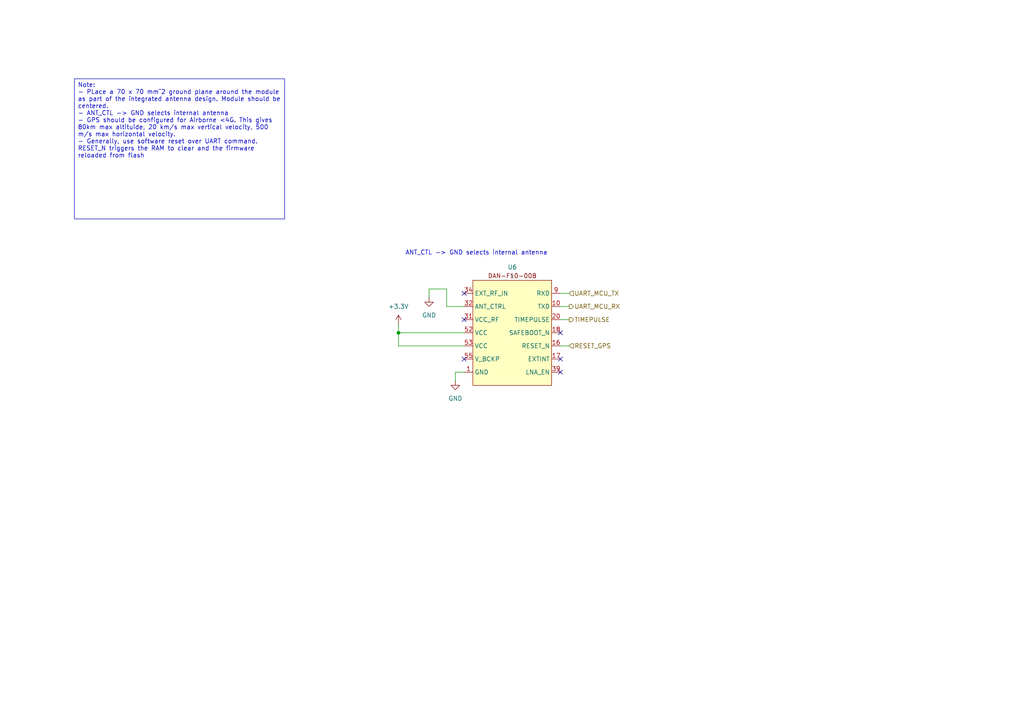
<source format=kicad_sch>
(kicad_sch (version 20250114) (generator "eeschema") (generator_version "9.0")
  (paper "A4")
  (lib_symbols
    (symbol "power:+3.3V" (power) (pin_numbers (hide yes)) (pin_names (offset 0) (hide yes))
      (property "Value" "+3.3V" (at 0 3.556 0))
      (symbol "+3.3V_0_1"
        (polyline (pts (xy -0.762 1.27) (xy 0 2.54)))
        (polyline (pts (xy 0 2.54) (xy 0.762 1.27)))
        (polyline (pts (xy 0 0) (xy 0 2.54)))
      )
      (symbol "+3.3V_1_1"
        (pin power_in line (at 0 0 90) (length 0) (name "~") (number "1"))
      )
    )
    (symbol "power:GND" (power) (pin_numbers (hide yes)) (pin_names (offset 0) (hide yes))
      (property "Value" "GND" (at 0 -3.81 0))
      (symbol "GND_0_1"
        (polyline (pts (xy 0 0) (xy 0 -1.27) (xy 1.27 -1.27) (xy 0 -2.54) (xy -1.27 -1.27) (xy 0 -1.27)))
      )
      (symbol "GND_1_1"
        (pin power_in line (at 0 0 270) (length 0) (name "~") (number "1"))
      )
    )
    (symbol "rocket_datalogger:DAN-F10N-00B"
      (property "Reference" "U" (at 9.144 -17.78 0))
      (property "Value" "DAN-F10N-00B" (at 0 0 0))
      (symbol "DAN-F10N-00B_0_0"
        (pin input line (at -13.97 10.16 0) (length 2.54) (name "EXT_RF_IN") (number "34"))
        (pin input line (at -13.97 6.35 0) (length 2.54) (name "ANT_CTRL") (number "32"))
        (pin output line (at -13.97 2.54 0) (length 2.54) (name "VCC_RF") (number "31"))
        (pin power_in line (at -13.97 -1.27 0) (length 2.54) (name "VCC") (number "52"))
        (pin power_in line (at -13.97 -5.08 0) (length 2.54) (name "VCC") (number "53"))
        (pin power_in line (at -13.97 -8.89 0) (length 2.54) (name "V_BCKP") (number "55"))
        (pin input line (at -13.97 -12.7 0) (length 2.54) (name "GND") (number "1"))
        (pin input line (at 13.97 10.16 180) (length 2.54) (name "RXD") (number "9"))
        (pin open_emitter line (at 13.97 6.35 180) (length 2.54) (name "TXD") (number "10"))
        (pin output line (at 13.97 2.54 180) (length 2.54) (name "TIMEPULSE") (number "20"))
        (pin input line (at 13.97 -1.27 180) (length 2.54) (name "SAFEBOOT_N") (number "18"))
        (pin tri_state line (at 13.97 -5.08 180) (length 2.54) (name "RESET_N") (number "16"))
        (pin input line (at 13.97 -8.89 180) (length 2.54) (name "EXTINT") (number "17"))
        (pin output line (at 13.97 -12.7 180) (length 2.54) (name "LNA_EN") (number "39"))
      )
      (symbol "DAN-F10N-00B_1_0"
        (pin no_connect line (at -7.62 16.51 270) (length 2.54) (hide yes) (name "NC") (number "11"))
        (pin no_connect line (at -5.08 16.51 270) (length 2.54) (hide yes) (name "NC") (number "12"))
        (pin no_connect line (at -2.54 16.51 270) (length 2.54) (hide yes) (name "NC") (number "24"))
        (pin no_connect line (at 0 16.51 270) (length 2.54) (hide yes) (name "NC") (number "25"))
        (pin unspecified line (at 2.54 16.51 270) (length 2.54) (hide yes) (name "NC") (number "36"))
        (pin no_connect line (at 5.08 16.51 270) (length 2.54) (hide yes) (name "NC") (number "45"))
        (pin no_connect line (at 7.62 16.51 270) (length 2.54) (hide yes) (name "NC") (number "46"))
      )
      (symbol "DAN-F10N-00B_1_1"
        (rectangle (start -11.43 13.97) (end 11.43 -16.51) (fill (type background)))
        (text "DAN-F10-00B" (at 0 15.24 0) (effects (font (size 1.27 1.27))))
      )
    )
  )
  (text "ANT_CTL -> GND selects internal antenna" (at 138.176 73.406 0) (effects (font (size 1.27 1.27))))
  (text_box "Note:\n- PLace a 70 x 70 mm^2 ground plane around the module as part of the integrated antenna design. Module should be centered.\n- ANT_CTL -> GND selects internal antenna\n- GPS should be configured for Airborne <4G. This gives 80km max altituide, 20 km/s max vertical velocity, 500 m/s max horizontal velocity.\n- Generally, use software reset over UART command. RESET_N triggers the RAM to clear and the firmware reloaded from flash" (at 21.59 22.86 0) (size 60.96 40.64) (margins 0.9525 0.9525 0.9525 0.9525) (effects (font (size 1.27 1.27)) (justify left top)))
  (junction (at 115.57 96.52))
  (no_connect (at 162.56 96.52))
  (no_connect (at 134.62 85.09))
  (no_connect (at 162.56 104.14))
  (no_connect (at 134.62 92.71))
  (no_connect (at 134.62 104.14))
  (no_connect (at 162.56 107.95))
  (wire (pts (xy 132.08 110.49) (xy 132.08 107.95)))
  (wire (pts (xy 162.56 92.71) (xy 165.1 92.71)))
  (wire (pts (xy 134.62 100.33) (xy 115.57 100.33)))
  (wire (pts (xy 129.54 88.9) (xy 134.62 88.9)))
  (wire (pts (xy 124.46 86.36) (xy 124.46 83.82)))
  (wire (pts (xy 132.08 107.95) (xy 134.62 107.95)))
  (wire (pts (xy 115.57 96.52) (xy 134.62 96.52)))
  (wire (pts (xy 129.54 83.82) (xy 129.54 88.9)))
  (wire (pts (xy 162.56 88.9) (xy 165.1 88.9)))
  (wire (pts (xy 124.46 83.82) (xy 129.54 83.82)))
  (wire (pts (xy 115.57 100.33) (xy 115.57 96.52)))
  (wire (pts (xy 162.56 85.09) (xy 165.1 85.09)))
  (wire (pts (xy 162.56 100.33) (xy 165.1 100.33)))
  (wire (pts (xy 115.57 96.52) (xy 115.57 93.98)))
  (hierarchical_label "UART_MCU_TX" (shape input) (at 165.1 85.09 0))
  (hierarchical_label "TIMEPULSE" (shape output) (at 165.1 92.71 0))
  (hierarchical_label "RESET_GPS" (shape input) (at 165.1 100.33 0))
  (hierarchical_label "UART_MCU_RX" (shape output) (at 165.1 88.9 0))
  (symbol (lib_id "power:GND") (at 124.46 86.36 0) (unit 1)
    (property "Reference" "#PWR052" (effects (hide yes)))
    (property "Value" "GND" (at 124.46 91.44 0))
    (property "Description" "Power symbol creates a global label with name \"GND\" , ground" (effects (hide yes)))
  )
  (symbol (lib_id "power:+3.3V") (at 115.57 93.98 0) (unit 1)
    (property "Reference" "#PWR051" (effects (hide yes)))
    (property "Value" "+3.3V" (at 115.57 88.9 0))
    (property "Description" "Power symbol creates a global label with name \"+3.3V\"" (effects (hide yes)))
  )
  (symbol (lib_id "rocket_datalogger:DAN-F10N-00B") (at 148.59 95.25 0) (unit 1)
    (property "Reference" "U6" (at 148.59 77.47 0))
    (property "Value" "~" (at 148.59 80.01 0))
    (property "Footprint" "rocket_datalogger:DAN-F10-00B" (effects (hide yes)))
  )
  (symbol (lib_id "power:GND") (at 132.08 110.49 0) (unit 1)
    (property "Reference" "#PWR053" (effects (hide yes)))
    (property "Value" "GND" (at 132.08 115.57 0))
    (property "Description" "Power symbol creates a global label with name \"GND\" , ground" (effects (hide yes)))
  )
)
</source>
